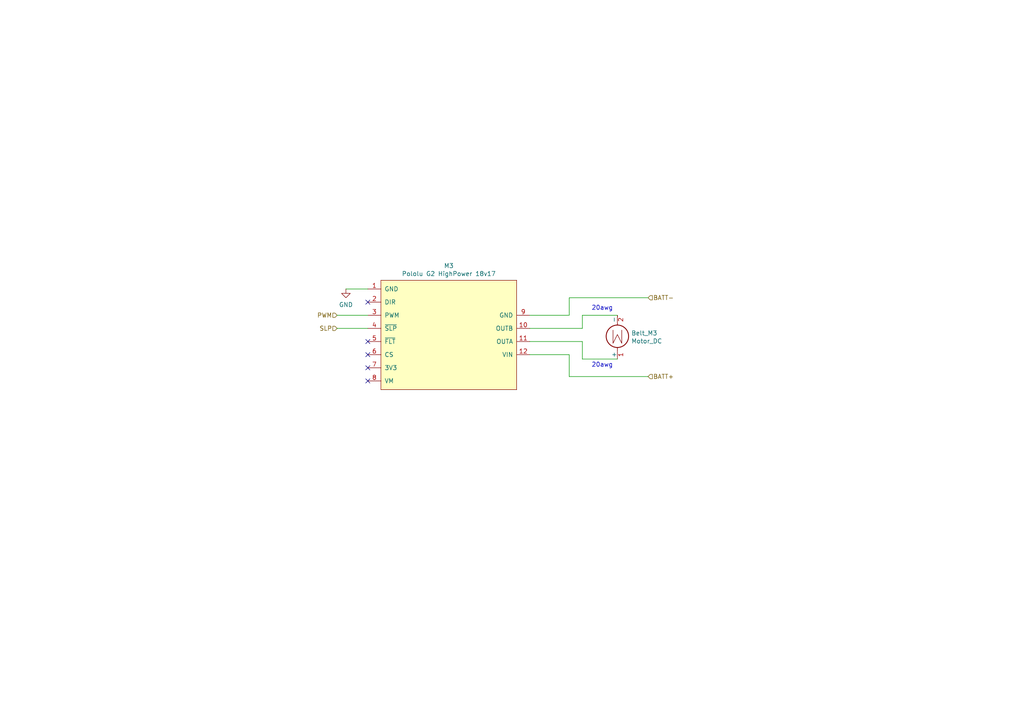
<source format=kicad_sch>
(kicad_sch (version 20211123) (generator eeschema)
  (paper "A4")
  (title_block (title "Nemesis Mod") (date "2021-12-08") (rev "v2.0") (company "https://github.com/jeff-winn/nemesis-mod") (comment 1 "For more information please visit the project website:"))
  (lib_symbols
    (symbol "Motor:Motor_DC" (pin_names (offset 0))
      (property "Reference" "M" (at 2.54 2.54 0))
      (property "Value" "Motor_DC" (at 2.54 -5.08 0))
      (symbol "Motor_DC_0_0"
        (polyline (pts (xy -1.27 -3.302) (xy -1.27 0.508) (xy 0 -2.032) (xy 1.27 0.508) (xy 1.27 -3.302)))
      )
      (symbol "Motor_DC_0_1"
        (circle (center 0 -1.524) (radius 3.2512) (stroke (width 0.254)))
        (polyline (pts (xy 0 -7.62) (xy 0 -7.112)))
        (polyline (pts (xy 0 -4.7752) (xy 0 -5.1816)))
        (polyline (pts (xy 0 1.7272) (xy 0 2.0828)))
        (polyline (pts (xy 0 2.032) (xy 0 2.54)))
      )
      (symbol "Motor_DC_1_1"
        (pin passive line (at 0 5.08 270) (length 2.54) (name "+") (number "1"))
        (pin passive line (at 0 -7.62 90) (length 2.54) (name "-") (number "2"))
      )
    )
    (symbol "Nemesis-Mod:Pololu_G2_HighPower_18v17" (pin_names (offset 1.016))
      (property "Reference" "Motor_Driver" (at 0 13.97 0))
      (property "Value" "Pololu_G2_HighPower_18v17" (at 0 16.51 0))
      (symbol "Pololu_G2_HighPower_18v17_0_1"
        (rectangle (start -20.32 11.43) (end 19.05 -20.32) (fill (type background)))
      )
      (symbol "Pololu_G2_HighPower_18v17_1_1"
        (pin power_in line (at -24.13 8.89 0) (length 3.81) (name "GND") (number "1"))
        (pin power_out line (at 22.86 -2.54 180) (length 3.81) (name "OUTB") (number "10"))
        (pin power_out line (at 22.86 -6.35 180) (length 3.81) (name "OUTA") (number "11"))
        (pin power_in line (at 22.86 -10.16 180) (length 3.81) (name "VIN") (number "12"))
        (pin input line (at -24.13 5.08 0) (length 3.81) (name "DIR") (number "2"))
        (pin input line (at -24.13 1.27 0) (length 3.81) (name "PWM") (number "3"))
        (pin input line (at -24.13 -2.54 0) (length 3.81) (name "~{SLP}") (number "4"))
        (pin output line (at -24.13 -6.35 0) (length 3.81) (name "~{FLT}") (number "5"))
        (pin output line (at -24.13 -10.16 0) (length 3.81) (name "CS") (number "6"))
        (pin power_out line (at -24.13 -13.97 0) (length 3.81) (name "3V3") (number "7"))
        (pin power_out line (at -24.13 -17.78 0) (length 3.81) (name "VM") (number "8"))
        (pin power_in line (at 22.86 1.27 180) (length 3.81) (name "GND") (number "9"))
      )
    )
    (symbol "power:GND" (power) (pin_names (offset 0))
      (property "Value" "GND" (at 0 -3.81 0))
      (symbol "GND_0_1"
        (polyline (pts (xy 0 0) (xy 0 -1.27) (xy 1.27 -1.27) (xy 0 -2.54) (xy -1.27 -1.27) (xy 0 -1.27)))
      )
      (symbol "GND_1_1"
        (pin power_in line (at 0 0 270) (length 0) hide (name "GND") (number "1"))
      )
    )
  )
  (no_connect (at 106.68 106.68))
  (no_connect (at 106.68 87.63))
  (no_connect (at 106.68 110.49))
  (no_connect (at 106.68 99.06))
  (no_connect (at 106.68 102.87))
  (wire (pts (xy 106.68 91.44) (xy 97.79 91.44)))
  (wire (pts (xy 153.67 95.25) (xy 168.91 95.25)))
  (wire (pts (xy 165.1 102.87) (xy 165.1 109.22)))
  (wire (pts (xy 100.33 83.82) (xy 106.68 83.82)))
  (wire (pts (xy 165.1 109.22) (xy 187.96 109.22)))
  (wire (pts (xy 168.91 95.25) (xy 168.91 91.44)))
  (wire (pts (xy 153.67 99.06) (xy 168.91 99.06)))
  (wire (pts (xy 165.1 86.36) (xy 187.96 86.36)))
  (wire (pts (xy 153.67 102.87) (xy 165.1 102.87)))
  (wire (pts (xy 168.91 104.14) (xy 179.07 104.14)))
  (wire (pts (xy 153.67 91.44) (xy 165.1 91.44)))
  (wire (pts (xy 168.91 99.06) (xy 168.91 104.14)))
  (wire (pts (xy 97.79 95.25) (xy 106.68 95.25)))
  (wire (pts (xy 168.91 91.44) (xy 179.07 91.44)))
  (wire (pts (xy 165.1 91.44) (xy 165.1 86.36)))
  (text "20awg" (at 177.8 90.17 180) (effects (font (size 1.27 1.27)) (justify right bottom)))
  (text "20awg" (at 177.8 106.68 180) (effects (font (size 1.27 1.27)) (justify right bottom)))
  (hierarchical_label "SLP" (shape input) (at 97.79 95.25 180))
  (hierarchical_label "BATT+" (shape input) (at 187.96 109.22 0))
  (hierarchical_label "BATT-" (shape input) (at 187.96 86.36 0))
  (hierarchical_label "PWM" (shape input) (at 97.79 91.44 180))
  (symbol (lib_id "Nemesis-Mod:Pololu_G2_HighPower_18v17") (at 130.81 92.71 0) (unit 1)
    (property "Reference" "M3" (at 130.175 77.089 0))
    (property "Value" "Pololu G2 HighPower 18v17" (at 130.175 79.4004 0))
  )
  (symbol (lib_id "power:GND") (at 100.33 83.82 0) (unit 1)
    (property "Reference" "#PWR0102" (effects hide))
    (property "Value" "GND" (at 100.33 88.3825 0))
  )
  (symbol (lib_id "Motor:Motor_DC") (at 179.07 99.06 180) (unit 1)
    (property "Reference" "Belt_M3" (at 183.0832 96.6216 0) (effects (justify right)))
    (property "Value" "Motor_DC" (at 183.0832 98.933 0) (effects (justify right)))
  )
)
</source>
